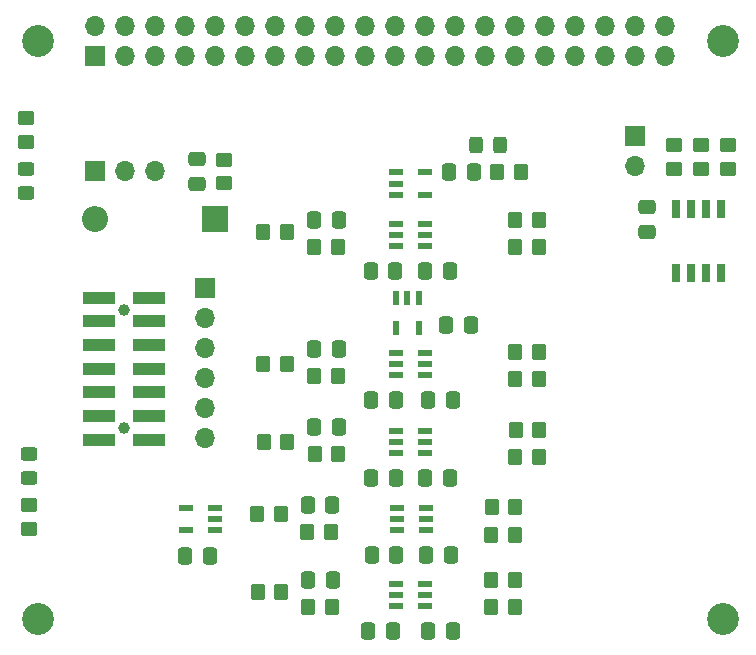
<source format=gts>
G04 #@! TF.GenerationSoftware,KiCad,Pcbnew,(6.0.1)*
G04 #@! TF.CreationDate,2022-02-21T00:55:15+09:00*
G04 #@! TF.ProjectId,KiCAD_jtag,4b694341-445f-46a7-9461-672e6b696361,rev?*
G04 #@! TF.SameCoordinates,Original*
G04 #@! TF.FileFunction,Soldermask,Top*
G04 #@! TF.FilePolarity,Negative*
%FSLAX46Y46*%
G04 Gerber Fmt 4.6, Leading zero omitted, Abs format (unit mm)*
G04 Created by KiCad (PCBNEW (6.0.1)) date 2022-02-21 00:55:15*
%MOMM*%
%LPD*%
G01*
G04 APERTURE LIST*
G04 Aperture macros list*
%AMRoundRect*
0 Rectangle with rounded corners*
0 $1 Rounding radius*
0 $2 $3 $4 $5 $6 $7 $8 $9 X,Y pos of 4 corners*
0 Add a 4 corners polygon primitive as box body*
4,1,4,$2,$3,$4,$5,$6,$7,$8,$9,$2,$3,0*
0 Add four circle primitives for the rounded corners*
1,1,$1+$1,$2,$3*
1,1,$1+$1,$4,$5*
1,1,$1+$1,$6,$7*
1,1,$1+$1,$8,$9*
0 Add four rect primitives between the rounded corners*
20,1,$1+$1,$2,$3,$4,$5,0*
20,1,$1+$1,$4,$5,$6,$7,0*
20,1,$1+$1,$6,$7,$8,$9,0*
20,1,$1+$1,$8,$9,$2,$3,0*%
G04 Aperture macros list end*
%ADD10C,2.700000*%
%ADD11RoundRect,0.250000X0.350000X0.450000X-0.350000X0.450000X-0.350000X-0.450000X0.350000X-0.450000X0*%
%ADD12RoundRect,0.250000X-0.450000X0.350000X-0.450000X-0.350000X0.450000X-0.350000X0.450000X0.350000X0*%
%ADD13RoundRect,0.250000X0.450000X-0.350000X0.450000X0.350000X-0.450000X0.350000X-0.450000X-0.350000X0*%
%ADD14R,1.200000X0.600000*%
%ADD15RoundRect,0.250000X-0.450000X0.325000X-0.450000X-0.325000X0.450000X-0.325000X0.450000X0.325000X0*%
%ADD16RoundRect,0.250000X-0.350000X-0.450000X0.350000X-0.450000X0.350000X0.450000X-0.350000X0.450000X0*%
%ADD17RoundRect,0.250000X-0.337500X-0.475000X0.337500X-0.475000X0.337500X0.475000X-0.337500X0.475000X0*%
%ADD18R,1.700000X1.700000*%
%ADD19O,1.700000X1.700000*%
%ADD20RoundRect,0.250000X-0.475000X0.337500X-0.475000X-0.337500X0.475000X-0.337500X0.475000X0.337500X0*%
%ADD21RoundRect,0.250000X0.337500X0.475000X-0.337500X0.475000X-0.337500X-0.475000X0.337500X-0.475000X0*%
%ADD22RoundRect,0.250000X0.475000X-0.337500X0.475000X0.337500X-0.475000X0.337500X-0.475000X-0.337500X0*%
%ADD23R,0.700000X1.525000*%
%ADD24R,2.200000X2.200000*%
%ADD25O,2.200000X2.200000*%
%ADD26R,0.600000X1.200000*%
%ADD27C,1.000000*%
%ADD28R,2.750000X1.000000*%
%ADD29RoundRect,0.250000X0.450000X-0.325000X0.450000X0.325000X-0.450000X0.325000X-0.450000X-0.325000X0*%
%ADD30RoundRect,0.250000X-0.325000X-0.450000X0.325000X-0.450000X0.325000X0.450000X-0.325000X0.450000X0*%
G04 APERTURE END LIST*
D10*
X203500000Y-97500000D03*
X261500000Y-97500000D03*
X203500000Y-146500000D03*
X261500000Y-146500000D03*
D11*
X243926000Y-145428000D03*
X241926000Y-145428000D03*
D12*
X261976000Y-106328000D03*
X261976000Y-108328000D03*
D13*
X202794000Y-138808000D03*
X202794000Y-136808000D03*
D11*
X243926000Y-139306600D03*
X241926000Y-139306600D03*
D14*
X236302000Y-145362000D03*
X236302000Y-144412000D03*
X236302000Y-143462000D03*
X233802000Y-143462000D03*
X233802000Y-144412000D03*
X233802000Y-145362000D03*
D11*
X224130000Y-144158000D03*
X222130000Y-144158000D03*
D15*
X202794000Y-132465000D03*
X202794000Y-134515000D03*
D16*
X226940000Y-114948000D03*
X228940000Y-114948000D03*
D17*
X226902500Y-112662000D03*
X228977500Y-112662000D03*
D18*
X217703800Y-118412600D03*
D19*
X217703800Y-120952600D03*
X217703800Y-123492600D03*
X217703800Y-126032600D03*
X217703800Y-128572600D03*
X217703800Y-131112600D03*
D11*
X244434000Y-108598000D03*
X242434000Y-108598000D03*
D12*
X259690000Y-106344000D03*
X259690000Y-108344000D03*
D14*
X236302000Y-125804000D03*
X236302000Y-124854000D03*
X236302000Y-123904000D03*
X233802000Y-123904000D03*
X233802000Y-124854000D03*
X233802000Y-125804000D03*
D20*
X255118000Y-111603000D03*
X255118000Y-113678000D03*
D17*
X226394500Y-143142000D03*
X228469500Y-143142000D03*
D11*
X245974000Y-130442000D03*
X243974000Y-130442000D03*
X245942000Y-132728000D03*
X243942000Y-132728000D03*
D21*
X233782000Y-116980000D03*
X231707000Y-116980000D03*
D22*
X217003800Y-109600100D03*
X217003800Y-107525100D03*
D14*
X218522000Y-138946000D03*
X218522000Y-137996000D03*
X218522000Y-137046000D03*
X216022000Y-137046000D03*
X216022000Y-138946000D03*
D17*
X236554500Y-147460000D03*
X238629500Y-147460000D03*
X236394300Y-141059200D03*
X238469300Y-141059200D03*
D14*
X236394200Y-138961200D03*
X236394200Y-138011200D03*
X236394200Y-137061200D03*
X233894200Y-137061200D03*
X233894200Y-138011200D03*
X233894200Y-138961200D03*
D21*
X233803500Y-134506000D03*
X231728500Y-134506000D03*
D16*
X226321000Y-139078000D03*
X228321000Y-139078000D03*
D17*
X226365200Y-136792000D03*
X228440200Y-136792000D03*
D11*
X245958000Y-126124000D03*
X243958000Y-126124000D03*
D17*
X226902500Y-130188000D03*
X228977500Y-130188000D03*
D11*
X243926000Y-143142000D03*
X241926000Y-143142000D03*
D18*
X208378800Y-108562600D03*
D19*
X210918800Y-108562600D03*
X213458800Y-108562600D03*
D12*
X257404000Y-106328000D03*
X257404000Y-108328000D03*
D23*
X257531000Y-117152000D03*
X258801000Y-117152000D03*
X260071000Y-117152000D03*
X261341000Y-117152000D03*
X261341000Y-111728000D03*
X260071000Y-111728000D03*
X258801000Y-111728000D03*
X257531000Y-111728000D03*
D11*
X245942000Y-114948000D03*
X243942000Y-114948000D03*
D16*
X226940000Y-125870000D03*
X228940000Y-125870000D03*
D17*
X226902500Y-123584000D03*
X228977500Y-123584000D03*
D24*
X218483800Y-112562600D03*
D25*
X208323800Y-112562600D03*
D11*
X224114000Y-137528600D03*
X222114000Y-137528600D03*
D21*
X233803500Y-127902000D03*
X231728500Y-127902000D03*
D11*
X224622000Y-124854000D03*
X222622000Y-124854000D03*
D14*
X236302000Y-114882000D03*
X236302000Y-113932000D03*
X236302000Y-112982000D03*
X233802000Y-112982000D03*
X233802000Y-113932000D03*
X233802000Y-114882000D03*
X233802000Y-108648000D03*
X233802000Y-109598000D03*
X233802000Y-110548000D03*
X236302000Y-110548000D03*
X236302000Y-108648000D03*
D11*
X245958000Y-123838000D03*
X243958000Y-123838000D03*
D17*
X238332500Y-108582000D03*
X240407500Y-108582000D03*
D12*
X202540000Y-104042000D03*
X202540000Y-106042000D03*
D11*
X224638000Y-131458000D03*
X222638000Y-131458000D03*
D14*
X236302000Y-132408000D03*
X236302000Y-131458000D03*
X236302000Y-130508000D03*
X233802000Y-130508000D03*
X233802000Y-131458000D03*
X233802000Y-132408000D03*
D21*
X233549500Y-147460000D03*
X231474500Y-147460000D03*
D11*
X245958000Y-112662000D03*
X243958000Y-112662000D03*
D18*
X254102000Y-105545000D03*
D19*
X254102000Y-108085000D03*
D11*
X243951400Y-136995200D03*
X241951400Y-136995200D03*
D26*
X235748000Y-119286000D03*
X234798000Y-119286000D03*
X233848000Y-119286000D03*
X233848000Y-121786000D03*
X235748000Y-121786000D03*
D27*
X210803800Y-130262600D03*
X210803800Y-120262600D03*
D28*
X208678800Y-119262600D03*
X212928800Y-119262600D03*
X208678800Y-121262600D03*
X212928800Y-121262600D03*
X208678800Y-123262600D03*
X212928800Y-123262600D03*
X208678800Y-125262600D03*
X212928800Y-125262600D03*
X208678800Y-127262600D03*
X212928800Y-127262600D03*
X208678800Y-129262600D03*
X212928800Y-129262600D03*
X208678800Y-131262600D03*
X212928800Y-131262600D03*
D13*
X219303800Y-109562600D03*
X219303800Y-107562600D03*
D29*
X202540000Y-110385000D03*
X202540000Y-108335000D03*
D17*
X236300500Y-116980000D03*
X238375500Y-116980000D03*
D16*
X226432000Y-145428000D03*
X228432000Y-145428000D03*
D17*
X215980500Y-141110000D03*
X218055500Y-141110000D03*
D30*
X240622000Y-106312000D03*
X242672000Y-106312000D03*
D17*
X236300500Y-134506000D03*
X238375500Y-134506000D03*
D21*
X233879700Y-141059200D03*
X231804700Y-141059200D03*
D17*
X236554500Y-127902000D03*
X238629500Y-127902000D03*
D16*
X226956000Y-132474000D03*
X228956000Y-132474000D03*
D11*
X224622000Y-113678000D03*
X222622000Y-113678000D03*
D17*
X238078500Y-121552000D03*
X240153500Y-121552000D03*
D18*
X208370000Y-98770000D03*
D19*
X208370000Y-96230000D03*
X210910000Y-98770000D03*
X210910000Y-96230000D03*
X213450000Y-98770000D03*
X213450000Y-96230000D03*
X215990000Y-98770000D03*
X215990000Y-96230000D03*
X218530000Y-98770000D03*
X218530000Y-96230000D03*
X221070000Y-98770000D03*
X221070000Y-96230000D03*
X223610000Y-98770000D03*
X223610000Y-96230000D03*
X226150000Y-98770000D03*
X226150000Y-96230000D03*
X228690000Y-98770000D03*
X228690000Y-96230000D03*
X231230000Y-98770000D03*
X231230000Y-96230000D03*
X233770000Y-98770000D03*
X233770000Y-96230000D03*
X236310000Y-98770000D03*
X236310000Y-96230000D03*
X238850000Y-98770000D03*
X238850000Y-96230000D03*
X241390000Y-98770000D03*
X241390000Y-96230000D03*
X243930000Y-98770000D03*
X243930000Y-96230000D03*
X246470000Y-98770000D03*
X246470000Y-96230000D03*
X249010000Y-98770000D03*
X249010000Y-96230000D03*
X251550000Y-98770000D03*
X251550000Y-96230000D03*
X254090000Y-98770000D03*
X254090000Y-96230000D03*
X256630000Y-98770000D03*
X256630000Y-96230000D03*
M02*

</source>
